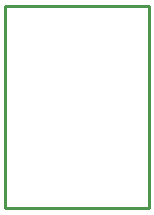
<source format=gko>
G04*
G04 #@! TF.GenerationSoftware,Altium Limited,Altium Designer,25.0.2 (28)*
G04*
G04 Layer_Color=16711935*
%FSLAX25Y25*%
%MOIN*%
G70*
G04*
G04 #@! TF.SameCoordinates,0DD477D2-3154-419D-98E2-F069BAF48B4F*
G04*
G04*
G04 #@! TF.FilePolarity,Positive*
G04*
G01*
G75*
%ADD31C,0.01000*%
D31*
X48000Y0D02*
Y67300D01*
X0D02*
X48000D01*
X0Y0D02*
X48000D01*
X0D02*
Y67300D01*
M02*

</source>
